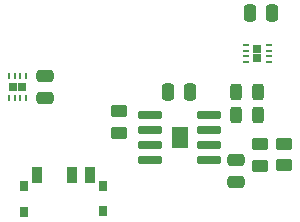
<source format=gbr>
%TF.GenerationSoftware,KiCad,Pcbnew,7.0.10-7.0.10~ubuntu22.04.1*%
%TF.CreationDate,2024-03-25T00:06:17+02:00*%
%TF.ProjectId,Power_Sub,506f7765-725f-4537-9562-2e6b69636164,rev?*%
%TF.SameCoordinates,Original*%
%TF.FileFunction,Paste,Top*%
%TF.FilePolarity,Positive*%
%FSLAX46Y46*%
G04 Gerber Fmt 4.6, Leading zero omitted, Abs format (unit mm)*
G04 Created by KiCad (PCBNEW 7.0.10-7.0.10~ubuntu22.04.1) date 2024-03-25 00:06:17*
%MOMM*%
%LPD*%
G01*
G04 APERTURE LIST*
G04 Aperture macros list*
%AMRoundRect*
0 Rectangle with rounded corners*
0 $1 Rounding radius*
0 $2 $3 $4 $5 $6 $7 $8 $9 X,Y pos of 4 corners*
0 Add a 4 corners polygon primitive as box body*
4,1,4,$2,$3,$4,$5,$6,$7,$8,$9,$2,$3,0*
0 Add four circle primitives for the rounded corners*
1,1,$1+$1,$2,$3*
1,1,$1+$1,$4,$5*
1,1,$1+$1,$6,$7*
1,1,$1+$1,$8,$9*
0 Add four rect primitives between the rounded corners*
20,1,$1+$1,$2,$3,$4,$5,0*
20,1,$1+$1,$4,$5,$6,$7,0*
20,1,$1+$1,$6,$7,$8,$9,0*
20,1,$1+$1,$8,$9,$2,$3,0*%
G04 Aperture macros list end*
%ADD10C,0.010000*%
%ADD11RoundRect,0.243750X0.243750X0.456250X-0.243750X0.456250X-0.243750X-0.456250X0.243750X-0.456250X0*%
%ADD12R,0.650000X0.750000*%
%ADD13RoundRect,0.062500X-0.062500X0.187500X-0.062500X-0.187500X0.062500X-0.187500X0.062500X0.187500X0*%
%ADD14R,0.750000X0.650000*%
%ADD15RoundRect,0.062500X-0.187500X-0.062500X0.187500X-0.062500X0.187500X0.062500X-0.187500X0.062500X0*%
%ADD16RoundRect,0.250000X-0.475000X0.250000X-0.475000X-0.250000X0.475000X-0.250000X0.475000X0.250000X0*%
%ADD17R,0.900000X1.400000*%
%ADD18R,0.750000X0.850000*%
%ADD19RoundRect,0.042000X-0.943000X-0.258000X0.943000X-0.258000X0.943000X0.258000X-0.943000X0.258000X0*%
%ADD20RoundRect,0.250000X-0.250000X-0.475000X0.250000X-0.475000X0.250000X0.475000X-0.250000X0.475000X0*%
%ADD21RoundRect,0.250000X0.450000X-0.262500X0.450000X0.262500X-0.450000X0.262500X-0.450000X-0.262500X0*%
%ADD22RoundRect,0.250000X0.250000X0.475000X-0.250000X0.475000X-0.250000X-0.475000X0.250000X-0.475000X0*%
G04 APERTURE END LIST*
%TO.C,U3*%
D10*
X90304800Y-50451600D02*
X89014800Y-50451600D01*
X89014800Y-48811600D01*
X90304800Y-48811600D01*
X90304800Y-50451600D01*
G36*
X90304800Y-50451600D02*
G01*
X89014800Y-50451600D01*
X89014800Y-48811600D01*
X90304800Y-48811600D01*
X90304800Y-50451600D01*
G37*
%TD*%
D11*
%TO.C,D2*%
X96289100Y-45770800D03*
X94414100Y-45770800D03*
%TD*%
D12*
%TO.C,U2*%
X76350000Y-45400000D03*
X75550000Y-45400000D03*
D13*
X76700000Y-44450000D03*
X76200000Y-44450000D03*
X75700000Y-44450000D03*
X75200000Y-44450000D03*
X75200000Y-46350000D03*
X75700000Y-46350000D03*
X76200000Y-46350000D03*
X76700000Y-46350000D03*
%TD*%
D14*
%TO.C,U1*%
X96261000Y-42151400D03*
X96261000Y-42951400D03*
D15*
X95311000Y-41801400D03*
X95311000Y-42301400D03*
X95311000Y-42801400D03*
X95311000Y-43301400D03*
X97211000Y-43301400D03*
X97211000Y-42801400D03*
X97211000Y-42301400D03*
X97211000Y-41801400D03*
%TD*%
D16*
%TO.C,C1*%
X78282800Y-44414400D03*
X78282800Y-46314400D03*
%TD*%
D17*
%TO.C,SW1*%
X77607600Y-52824150D03*
X80607600Y-52824150D03*
X82107600Y-52824150D03*
D18*
X76482600Y-53791150D03*
X76482600Y-55941150D03*
X83232600Y-53791150D03*
X83232600Y-55916150D03*
%TD*%
D19*
%TO.C,U3*%
X87184800Y-47726600D03*
X87184800Y-48996600D03*
X87184800Y-50266600D03*
X87184800Y-51536600D03*
X92134800Y-51536600D03*
X92134800Y-50266600D03*
X92134800Y-48996600D03*
X92134800Y-47726600D03*
%TD*%
D20*
%TO.C,C2*%
X95631000Y-39141400D03*
X97531000Y-39141400D03*
%TD*%
D21*
%TO.C,R1*%
X84579800Y-49274100D03*
X84579800Y-47449100D03*
%TD*%
D22*
%TO.C,C4*%
X90561200Y-45821600D03*
X88661200Y-45821600D03*
%TD*%
D16*
%TO.C,C3*%
X94488000Y-51526400D03*
X94488000Y-53426400D03*
%TD*%
D21*
%TO.C,R3*%
X96469200Y-52068100D03*
X96469200Y-50243100D03*
%TD*%
D11*
%TO.C,D1*%
X96289100Y-47752000D03*
X94414100Y-47752000D03*
%TD*%
D21*
%TO.C,R2*%
X98552000Y-52017300D03*
X98552000Y-50192300D03*
%TD*%
M02*

</source>
